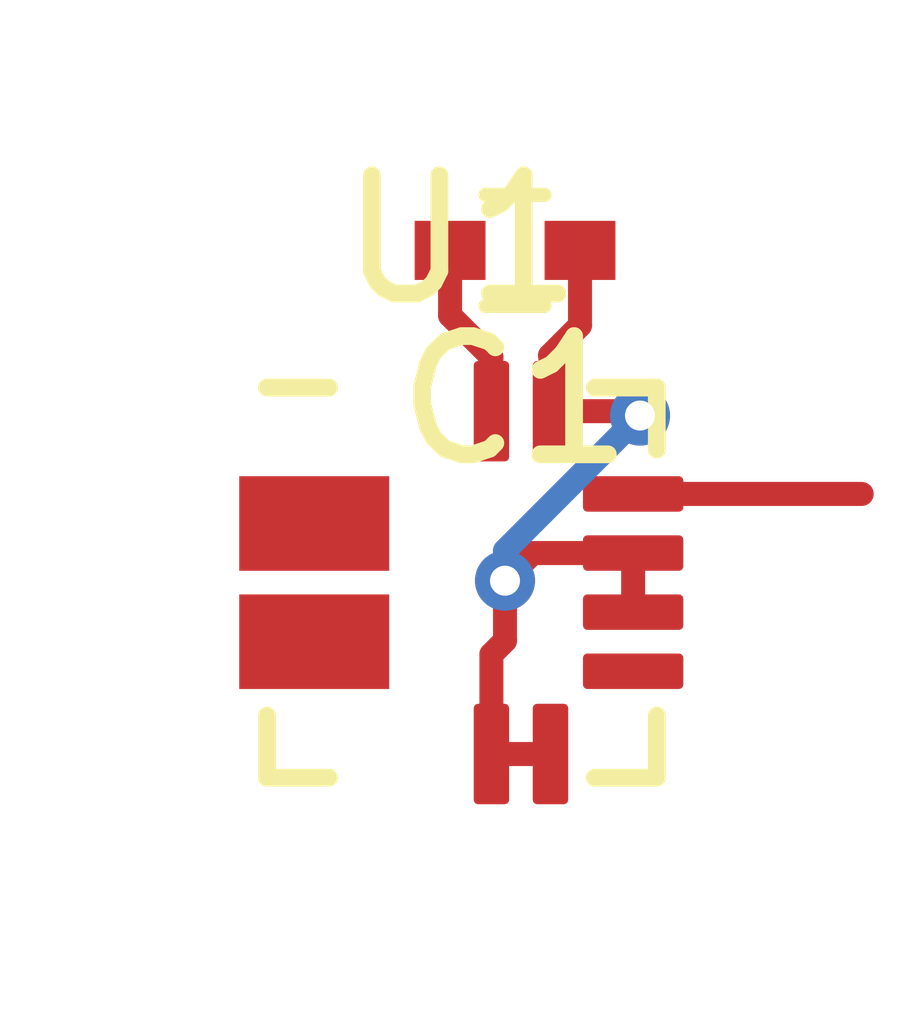
<source format=kicad_pcb>
(kicad_pcb (version 20171130) (host pcbnew "(5.0.1-3-g963ef8bb5)")

  (general
    (thickness 1.6)
    (drawings 0)
    (tracks 21)
    (zones 0)
    (modules 2)
    (nets 7)
  )

  (page A4)
  (layers
    (0 F.Cu signal)
    (31 B.Cu signal)
    (32 B.Adhes user)
    (33 F.Adhes user)
    (34 B.Paste user)
    (35 F.Paste user)
    (36 B.SilkS user)
    (37 F.SilkS user hide)
    (38 B.Mask user)
    (39 F.Mask user)
    (40 Dwgs.User user)
    (41 Cmts.User user)
    (42 Eco1.User user)
    (43 Eco2.User user)
    (44 Edge.Cuts user)
    (45 Margin user)
    (46 B.CrtYd user)
    (47 F.CrtYd user)
    (48 B.Fab user)
    (49 F.Fab user)
  )

  (setup
    (last_trace_width 0.2032)
    (trace_clearance 0.2032)
    (zone_clearance 0.508)
    (zone_45_only no)
    (trace_min 0.1524)
    (segment_width 0.2)
    (edge_width 0.15)
    (via_size 0.8)
    (via_drill 0.4)
    (via_min_size 0.4)
    (via_min_drill 0.3)
    (uvia_size 0.3)
    (uvia_drill 0.1)
    (uvias_allowed no)
    (uvia_min_size 0.2)
    (uvia_min_drill 0.1)
    (pcb_text_width 0.3)
    (pcb_text_size 1.5 1.5)
    (mod_edge_width 0.15)
    (mod_text_size 1 1)
    (mod_text_width 0.15)
    (pad_size 1.524 1.524)
    (pad_drill 0.762)
    (pad_to_mask_clearance 0.051)
    (solder_mask_min_width 0.25)
    (aux_axis_origin 0 0)
    (visible_elements FFFDFF7F)
    (pcbplotparams
      (layerselection 0x010fc_ffffffff)
      (usegerberextensions false)
      (usegerberattributes false)
      (usegerberadvancedattributes false)
      (creategerberjobfile false)
      (excludeedgelayer true)
      (linewidth 0.100000)
      (plotframeref false)
      (viasonmask false)
      (mode 1)
      (useauxorigin false)
      (hpglpennumber 1)
      (hpglpenspeed 20)
      (hpglpendiameter 15.000000)
      (psnegative false)
      (psa4output false)
      (plotreference true)
      (plotvalue true)
      (plotinvisibletext false)
      (padsonsilk false)
      (subtractmaskfromsilk false)
      (outputformat 1)
      (mirror false)
      (drillshape 1)
      (scaleselection 1)
      (outputdirectory ""))
  )

  (net 0 "")
  (net 1 GNDD)
  (net 2 +3V3)
  (net 3 "Net-(U1-Pad10)")
  (net 4 "Net-(U1-Pad7)")
  (net 5 "Net-(U1-Pad3)")
  (net 6 "Net-(U1-Pad1)")

  (net_class Default "This is the default net class."
    (clearance 0.2032)
    (trace_width 0.2032)
    (via_dia 0.8)
    (via_drill 0.4)
    (uvia_dia 0.3)
    (uvia_drill 0.1)
    (add_net +3V3)
    (add_net GNDD)
    (add_net "Net-(U1-Pad1)")
    (add_net "Net-(U1-Pad10)")
    (add_net "Net-(U1-Pad3)")
    (add_net "Net-(U1-Pad7)")
  )

  (module stepper_analyzer:UQFN-16-1EP_3x3mm_Pitch0.5mm (layer F.Cu) (tedit 5D6DDB99) (tstamp 5D6DD826)
    (at 102.505001 60.595001)
    (descr "16-Lead Ultra Thin Quad Flat, No Lead Package (UC) - 3x3x0.5 mm Body [UQFN]; (see Microchip Packaging Specification 00000049BS.pdf)")
    (tags "QFN 0.5")
    (path /5D6DD49D)
    (attr smd)
    (fp_text reference U1 (at 0 -2.9) (layer F.SilkS)
      (effects (font (size 1 1) (thickness 0.15)))
    )
    (fp_text value ACS70331 (at 0 2.9) (layer F.Fab)
      (effects (font (size 1 1) (thickness 0.15)))
    )
    (fp_line (start -0.5 -1.5) (end 1.5 -1.5) (layer F.Fab) (width 0.15))
    (fp_line (start 1.5 -1.5) (end 1.5 1.5) (layer F.Fab) (width 0.15))
    (fp_line (start 1.5 1.5) (end -1.5 1.5) (layer F.Fab) (width 0.15))
    (fp_line (start -1.5 1.5) (end -1.5 -0.5) (layer F.Fab) (width 0.15))
    (fp_line (start -1.5 -0.5) (end -0.5 -1.5) (layer F.Fab) (width 0.15))
    (fp_line (start -2.15 -2.15) (end -2.15 2.15) (layer F.CrtYd) (width 0.05))
    (fp_line (start 2.15 -2.15) (end 2.15 2.15) (layer F.CrtYd) (width 0.05))
    (fp_line (start -2.15 -2.15) (end 2.15 -2.15) (layer F.CrtYd) (width 0.05))
    (fp_line (start -2.15 2.15) (end 2.15 2.15) (layer F.CrtYd) (width 0.05))
    (fp_line (start 1.65 -1.65) (end 1.65 -1.125) (layer F.SilkS) (width 0.15))
    (fp_line (start -1.65 1.65) (end -1.65 1.125) (layer F.SilkS) (width 0.15))
    (fp_line (start 1.65 1.65) (end 1.65 1.125) (layer F.SilkS) (width 0.15))
    (fp_line (start -1.65 -1.65) (end -1.125 -1.65) (layer F.SilkS) (width 0.15))
    (fp_line (start -1.65 1.65) (end -1.125 1.65) (layer F.SilkS) (width 0.15))
    (fp_line (start 1.65 1.65) (end 1.125 1.65) (layer F.SilkS) (width 0.15))
    (fp_line (start 1.65 -1.65) (end 1.125 -1.65) (layer F.SilkS) (width 0.15))
    (pad 1 smd rect (at -1.25 -0.5) (size 1.27 0.8) (layers F.Cu F.Paste F.Mask)
      (net 6 "Net-(U1-Pad1)"))
    (pad 3 smd rect (at -1.25 0.5) (size 1.27 0.8) (layers F.Cu F.Paste F.Mask)
      (net 5 "Net-(U1-Pad3)"))
    (pad 5 smd roundrect (at 0.25 1.45 90) (size 0.85 0.3) (layers F.Cu F.Paste F.Mask) (roundrect_rratio 0.125)
      (net 1 GNDD))
    (pad 6 smd roundrect (at 0.75 1.45 90) (size 0.85 0.3) (layers F.Cu F.Paste F.Mask) (roundrect_rratio 0.125)
      (net 1 GNDD))
    (pad 7 smd roundrect (at 1.45 0.75) (size 0.85 0.3) (layers F.Cu F.Paste F.Mask) (roundrect_rratio 0.125)
      (net 4 "Net-(U1-Pad7)"))
    (pad 8 smd roundrect (at 1.45 0.25) (size 0.85 0.3) (layers F.Cu F.Paste F.Mask) (roundrect_rratio 0.125)
      (net 1 GNDD))
    (pad 9 smd roundrect (at 1.45 -0.25) (size 0.85 0.3) (layers F.Cu F.Paste F.Mask) (roundrect_rratio 0.125)
      (net 1 GNDD))
    (pad 10 smd roundrect (at 1.45 -0.75) (size 0.85 0.3) (layers F.Cu F.Paste F.Mask) (roundrect_rratio 0.125)
      (net 3 "Net-(U1-Pad10)"))
    (pad 11 smd roundrect (at 0.75 -1.45 90) (size 0.85 0.3) (layers F.Cu F.Paste F.Mask) (roundrect_rratio 0.125)
      (net 1 GNDD))
    (pad 12 smd roundrect (at 0.25 -1.45 90) (size 0.85 0.3) (layers F.Cu F.Paste F.Mask) (roundrect_rratio 0.125)
      (net 2 +3V3))
    (model ${KISYS3DMOD}/Housings_DFN_QFN.3dshapes/UQFN-16-1EP_3x3mm_Pitch0.5mm.wrl
      (at (xyz 0 0 0))
      (scale (xyz 1 1 1))
      (rotate (xyz 0 0 0))
    )
  )

  (module Capacitors_SMD:C_0402 (layer F.Cu) (tedit 58AA841A) (tstamp 5D6DD90E)
    (at 102.955 57.785 180)
    (descr "Capacitor SMD 0402, reflow soldering, AVX (see smccp.pdf)")
    (tags "capacitor 0402")
    (path /5D6DDD3E)
    (attr smd)
    (fp_text reference C1 (at 0 -1.27 180) (layer F.SilkS)
      (effects (font (size 1 1) (thickness 0.15)))
    )
    (fp_text value 0.1uF (at 0 1.27 180) (layer F.Fab)
      (effects (font (size 1 1) (thickness 0.15)))
    )
    (fp_text user %R (at 1.99 -0.508 180) (layer F.Fab)
      (effects (font (size 1 1) (thickness 0.15)))
    )
    (fp_line (start -0.5 0.25) (end -0.5 -0.25) (layer F.Fab) (width 0.1))
    (fp_line (start 0.5 0.25) (end -0.5 0.25) (layer F.Fab) (width 0.1))
    (fp_line (start 0.5 -0.25) (end 0.5 0.25) (layer F.Fab) (width 0.1))
    (fp_line (start -0.5 -0.25) (end 0.5 -0.25) (layer F.Fab) (width 0.1))
    (fp_line (start 0.25 -0.47) (end -0.25 -0.47) (layer F.SilkS) (width 0.12))
    (fp_line (start -0.25 0.47) (end 0.25 0.47) (layer F.SilkS) (width 0.12))
    (fp_line (start -1 -0.4) (end 1 -0.4) (layer F.CrtYd) (width 0.05))
    (fp_line (start -1 -0.4) (end -1 0.4) (layer F.CrtYd) (width 0.05))
    (fp_line (start 1 0.4) (end 1 -0.4) (layer F.CrtYd) (width 0.05))
    (fp_line (start 1 0.4) (end -1 0.4) (layer F.CrtYd) (width 0.05))
    (pad 1 smd rect (at -0.55 0 180) (size 0.6 0.5) (layers F.Cu F.Paste F.Mask)
      (net 1 GNDD))
    (pad 2 smd rect (at 0.55 0 180) (size 0.6 0.5) (layers F.Cu F.Paste F.Mask)
      (net 2 +3V3))
    (model Capacitors_SMD.3dshapes/C_0402.wrl
      (at (xyz 0 0 0))
      (scale (xyz 1 1 1))
      (rotate (xyz 0 0 0))
    )
  )

  (via (at 104.013 59.182) (size 0.508) (drill 0.254) (layers F.Cu B.Cu) (net 1))
  (segment (start 103.255001 58.678001) (end 103.255001 59.145001) (width 0.2032) (layer F.Cu) (net 1))
  (segment (start 103.251 58.674) (end 103.255001 58.678001) (width 0.2032) (layer F.Cu) (net 1))
  (segment (start 103.505 58.42) (end 103.251 58.674) (width 0.2032) (layer F.Cu) (net 1))
  (segment (start 103.505 57.785) (end 103.505 58.42) (width 0.2032) (layer F.Cu) (net 1))
  (segment (start 102.755001 62.045001) (end 103.255001 62.045001) (width 0.2032) (layer F.Cu) (net 1))
  (segment (start 103.955001 60.345001) (end 103.955001 60.845001) (width 0.2032) (layer F.Cu) (net 1))
  (segment (start 103.922999 59.145001) (end 104.013 59.055) (width 0.2032) (layer F.Cu) (net 1))
  (segment (start 103.255001 59.145001) (end 103.922999 59.145001) (width 0.2032) (layer F.Cu) (net 1))
  (via (at 102.87 60.579) (size 0.508) (drill 0.254) (layers F.Cu B.Cu) (net 1) (tstamp 5D6DE2C4))
  (segment (start 103.103999 60.345001) (end 102.87 60.579) (width 0.2032) (layer F.Cu) (net 1))
  (segment (start 103.955001 60.345001) (end 103.103999 60.345001) (width 0.2032) (layer F.Cu) (net 1))
  (segment (start 102.87 60.579) (end 102.87 61.087) (width 0.2032) (layer F.Cu) (net 1))
  (segment (start 102.755001 61.201999) (end 102.755001 62.045001) (width 0.2032) (layer F.Cu) (net 1))
  (segment (start 102.87 61.087) (end 102.755001 61.201999) (width 0.2032) (layer F.Cu) (net 1))
  (segment (start 102.87 60.325) (end 102.87 60.579) (width 0.2032) (layer B.Cu) (net 1))
  (segment (start 104.013 59.182) (end 102.87 60.325) (width 0.2032) (layer B.Cu) (net 1))
  (segment (start 102.755001 59.145001) (end 102.755001 58.686001) (width 0.2032) (layer F.Cu) (net 2))
  (segment (start 102.405 58.336) (end 102.405 57.785) (width 0.2032) (layer F.Cu) (net 2))
  (segment (start 102.755001 58.686001) (end 102.405 58.336) (width 0.2032) (layer F.Cu) (net 2))
  (segment (start 103.955001 59.845001) (end 105.889999 59.845001) (width 0.2032) (layer F.Cu) (net 3))

)

</source>
